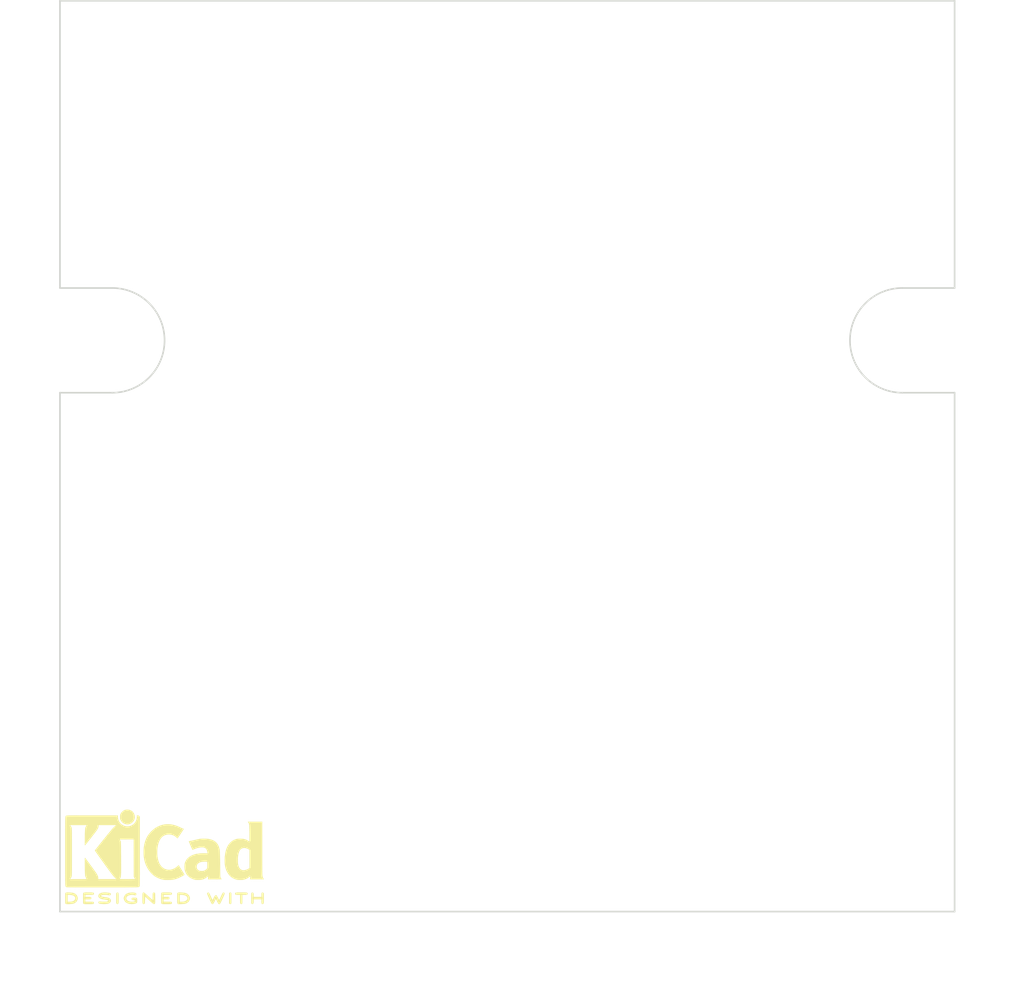
<source format=kicad_pcb>
(kicad_pcb (version 20221018) (generator pcbnew)
  (title_block (title "Enter Title On Page Setting Dialog") (rev "1") (company "Ashton Johnson"))
  (layers (0 "F.Cu" signal) (31 "B.Cu" signal) (35 "F.Paste" user) (37 "F.SilkS" user "F.Silkscreen") (39 "F.Mask" user) (44 "Edge.Cuts" user))
  (net 0 "")
  (footprint "Symbols:KiCad-Logo2_6mm_SilkScreen" (layer "F.Cu") (at 80 136)
    (fp_text reference "REF***" hide)
    (fp_text value "KiCad-Logo2_6mm_SilkScreen" hide)
    (fp_poly (pts (xy 4.188614 2.275877) (xy 4.212327 2.290647) (xy 4.238978 2.312227) (xy 4.238978 2.633773) (xy 4.238893 2.72783) (xy 4.238529 2.801932) (xy 4.237724 2.858704) (xy 4.236313 2.900768) (xy 4.234133 2.930748) (xy 4.231021 2.951267) (xy 4.226814 2.964949) (xy 4.221348 2.974416) (xy 4.217472 2.979082) (xy 4.186034 2.999575) (xy 4.150233 2.998739) (xy 4.118873 2.981264) (xy 4.092222 2.959684) (xy 4.092222 2.312227) (xy 4.118873 2.290647) (xy 4.144594 2.274949) (xy 4.1656 2.269067) (xy 4.188614 2.275877)) (stroke (width 0.01)) (fill solid) (layer "F.SilkS"))
    (fp_poly (pts (xy -2.923822 2.291645) (xy -2.917242 2.299218) (xy -2.912079 2.308987) (xy -2.908164 2.323571) (xy -2.905324 2.345585) (xy -2.903387 2.377648) (xy -2.902183 2.422375) (xy -2.901539 2.482385) (xy -2.901284 2.560294) (xy -2.901245 2.635956) (xy -2.901314 2.729802) (xy -2.901638 2.803689) (xy -2.902386 2.860232) (xy -2.903732 2.902049) (xy -2.905846 2.931757) (xy -2.9089 2.951973) (xy -2.913066 2.965314) (xy -2.918516 2.974398) (xy -2.923822 2.980267) (xy -2.956826 2.999947) (xy -2.991991 2.998181) (xy -3.023455 2.976717) (xy -3.030684 2.968337) (xy -3.036334 2.958614) (xy -3.040599 2.944861) (xy -3.043673 2.924389) (xy -3.045752 2.894512) (xy -3.04703 2.852541) (xy -3.047701 2.795789) (xy -3.047959 2.721567) (xy -3.048 2.637537) (xy -3.048 2.324485) (xy -3.020291 2.296776) (xy -2.986137 2.273463) (xy -2.953006 2.272623) (xy -2.923822 2.291645)) (stroke (width 0.01)) (fill solid) (layer "F.SilkS"))
    (fp_poly (pts (xy -2.273043 -2.973429) (xy -2.176768 -2.949191) (xy -2.090184 -2.906359) (xy -2.015373 -2.846581) (xy -1.954418 -2.771506) (xy -1.909399 -2.68278) (xy -1.883136 -2.58647) (xy -1.877286 -2.489205) (xy -1.89214 -2.395346) (xy -1.92584 -2.307489) (xy -1.976528 -2.22823) (xy -2.042345 -2.160164) (xy -2.121434 -2.105888) (xy -2.211934 -2.067998) (xy -2.2632 -2.055574) (xy -2.307698 -2.048053) (xy -2.341999 -2.045081) (xy -2.37496 -2.046906) (xy -2.415434 -2.053775) (xy -2.448531 -2.06075) (xy -2.541947 -2.092259) (xy -2.625619 -2.143383) (xy -2.697665 -2.212571) (xy -2.7562 -2.298272) (xy -2.770148 -2.325511) (xy -2.786586 -2.361878) (xy -2.796894 -2.392418) (xy -2.80246 -2.42455) (xy -2.804669 -2.465693) (xy -2.804948 -2.511778) (xy -2.800861 -2.596135) (xy -2.787446 -2.665414) (xy -2.762256 -2.726039) (xy -2.722846 -2.784433) (xy -2.684298 -2.828698) (xy -2.612406 -2.894516) (xy -2.537313 -2.939947) (xy -2.454562 -2.96715) (xy -2.376928 -2.977424) (xy -2.273043 -2.973429)) (stroke (width 0.01)) (fill solid) (layer "F.SilkS"))
    (fp_poly (pts (xy 4.963065 2.269163) (xy 5.041772 2.269542) (xy 5.102863 2.270333) (xy 5.148817 2.27167) (xy 5.182114 2.273683) (xy 5.205236 2.276506) (xy 5.220662 2.280269) (xy 5.230871 2.285105) (xy 5.235813 2.288822) (xy 5.261457 2.321358) (xy 5.264559 2.355138) (xy 5.248711 2.385826) (xy 5.238348 2.398089) (xy 5.227196 2.40645) (xy 5.211035 2.411657) (xy 5.185642 2.414457) (xy 5.146798 2.415596) (xy 5.09028 2.415821) (xy 5.07918 2.415822) (xy 4.933244 2.415822) (xy 4.933244 2.686756) (xy 4.933148 2.772154) (xy 4.932711 2.837864) (xy 4.931712 2.886774) (xy 4.929928 2.921773) (xy 4.927137 2.945749) (xy 4.923117 2.961593) (xy 4.917645 2.972191) (xy 4.910666 2.980267) (xy 4.877734 3.000112) (xy 4.843354 2.998548) (xy 4.812176 2.975906) (xy 4.809886 2.9731) (xy 4.802429 2.962492) (xy 4.796747 2.950081) (xy 4.792601 2.93285) (xy 4.78975 2.907784) (xy 4.787954 2.871867) (xy 4.786972 2.822083) (xy 4.786564 2.755417) (xy 4.786489 2.679589) (xy 4.786489 2.415822) (xy 4.647127 2.415822) (xy 4.587322 2.415418) (xy 4.545918 2.41384) (xy 4.518748 2.410547) (xy 4.501646 2.404992) (xy 4.490443 2.396631) (xy 4.489083 2.395178) (xy 4.472725 2.361939) (xy 4.474172 2.324362) (xy 4.492978 2.291645) (xy 4.50025 2.285298) (xy 4.509627 2.280266) (xy 4.523609 2.276396) (xy 4.544696 2.273537) (xy 4.575389 2.271535) (xy 4.618189 2.270239) (xy 4.675595 2.269498) (xy 4.75011 2.269158) (xy 4.844233 2.269068) (xy 4.86426 2.269067) (xy 4.963065 2.269163)) (stroke (width 0.01)) (fill solid) (layer "F.SilkS"))
    (fp_poly (pts (xy 6.228823 2.274533) (xy 6.260202 2.296776) (xy 6.287911 2.324485) (xy 6.287911 2.63392) (xy 6.287838 2.725799) (xy 6.287495 2.79784) (xy 6.286692 2.85278) (xy 6.285241 2.89336) (xy 6.282952 2.922317) (xy 6.279636 2.942391) (xy 6.275105 2.956321) (xy 6.269169 2.966845) (xy 6.264514 2.9731) (xy 6.233783 2.997673) (xy 6.198496 3.000341) (xy 6.166245 2.985271) (xy 6.155588 2.976374) (xy 6.148464 2.964557) (xy 6.144167 2.945526) (xy 6.141991 2.914992) (xy 6.141228 2.868662) (xy 6.141155 2.832871) (xy 6.141155 2.698045) (xy 5.644444 2.698045) (xy 5.644444 2.8207) (xy 5.643931 2.876787) (xy 5.641876 2.915333) (xy 5.637508 2.941361) (xy 5.630056 2.959897) (xy 5.621047 2.9731) (xy 5.590144 2.997604) (xy 5.555196 3.000506) (xy 5.521738 2.983089) (xy 5.512604 2.973959) (xy 5.506152 2.961855) (xy 5.501897 2.943001) (xy 5.499352 2.91362) (xy 5.498029 2.869937) (xy 5.497443 2.808175) (xy 5.497375 2.794) (xy 5.496891 2.677631) (xy 5.496641 2.581727) (xy 5.496723 2.504177) (xy 5.497231 2.442869) (xy 5.498262 2.39569) (xy 5.499913 2.36053) (xy 5.502279 2.335276) (xy 5.505457 2.317817) (xy 5.509544 2.306041) (xy 5.514634 2.297835) (xy 5.520266 2.291645) (xy 5.552128 2.271844) (xy 5.585357 2.274533) (xy 5.616735 2.296776) (xy 5.629433 2.311126) (xy 5.637526 2.326978) (xy 5.642042 2.349554) (xy 5.644006 2.384078) (xy 5.644444 2.435776) (xy 5.644444 2.551289) (xy 6.141155 2.551289) (xy 6.141155 2.432756) (xy 6.141662 2.378148) (xy 6.143698 2.341275) (xy 6.148035 2.317307) (xy 6.155447 2.301415) (xy 6.163733 2.291645) (xy 6.195594 2.271844) (xy 6.228823 2.274533)) (stroke (width 0.01)) (fill solid) (layer "F.SilkS"))
    (fp_poly (pts (xy 1.018309 2.269275) (xy 1.147288 2.273636) (xy 1.256991 2.286861) (xy 1.349226 2.309741) (xy 1.425802 2.34307) (xy 1.488527 2.387638) (xy 1.539212 2.444236) (xy 1.579663 2.513658) (xy 1.580459 2.515351) (xy 1.604601 2.577483) (xy 1.613203 2.632509) (xy 1.606231 2.687887) (xy 1.583654 2.751073) (xy 1.579372 2.760689) (xy 1.550172 2.816966) (xy 1.517356 2.860451) (xy 1.475002 2.897417) (xy 1.41719 2.934135) (xy 1.413831 2.936052) (xy 1.363504 2.960227) (xy 1.306621 2.978282) (xy 1.239527 2.990839) (xy 1.158565 2.998522) (xy 1.060082 3.001953) (xy 1.025286 3.002251) (xy 0.859594 3.002845) (xy 0.836197 2.9731) (xy 0.829257 2.963319) (xy 0.823842 2.951897) (xy 0.819765 2.936095) (xy 0.816837 2.913175) (xy 0.814867 2.880396) (xy 0.814225 2.856089) (xy 0.970844 2.856089) (xy 1.064726 2.856089) (xy 1.119664 2.854483) (xy 1.17606 2.850255) (xy 1.222345 2.844292) (xy 1.225139 2.84379) (xy 1.307348 2.821736) (xy 1.371114 2.7886) (xy 1.418452 2.742847) (xy 1.451382 2.682939) (xy 1.457108 2.667061) (xy 1.462721 2.642333) (xy 1.460291 2.617902) (xy 1.448467 2.5854) (xy 1.44134 2.569434) (xy 1.418 2.527006) (xy 1.38988 2.49724) (xy 1.35894 2.476511) (xy 1.296966 2.449537) (xy 1.217651 2.429998) (xy 1.125253 2.418746) (xy 1.058333 2.41627) (xy 0.970844 2.415822) (xy 0.970844 2.856089) (xy 0.814225 2.856089) (xy 0.813668 2.835021) (xy 0.81305 2.774311) (xy 0.812825 2.695526) (xy 0.8128 2.63392) (xy 0.8128 2.324485) (xy 0.840509 2.296776) (xy 0.852806 2.285544) (xy 0.866103 2.277853) (xy 0.884672 2.27304) (xy 0.912786 2.270446) (xy 0.954717 2.26941) (xy 1.014737 2.26927) (xy 1.018309 2.269275)) (stroke (width 0.01)) (fill solid) (layer "F.SilkS"))
    (fp_poly (pts (xy -6.121371 2.269066) (xy -6.081889 2.269467) (xy -5.9662 2.272259) (xy -5.869311 2.28055) (xy -5.787919 2.295232) (xy -5.718723 2.317193) (xy -5.65842 2.347322) (xy -5.603708 2.38651) (xy -5.584167 2.403532) (xy -5.55175 2.443363) (xy -5.52252 2.497413) (xy -5.499991 2.557323) (xy -5.487679 2.614739) (xy -5.4864 2.635956) (xy -5.494417 2.694769) (xy -5.515899 2.759013) (xy -5.546999 2.819821) (xy -5.583866 2.86833) (xy -5.589854 2.874182) (xy -5.640579 2.915321) (xy -5.696125 2.947435) (xy -5.759696 2.971365) (xy -5.834494 2.987953) (xy -5.923722 2.998041) (xy -6.030582 3.002469) (xy -6.079528 3.002845) (xy -6.141762 3.002545) (xy -6.185528 3.001292) (xy -6.214931 2.998554) (xy -6.234079 2.993801) (xy -6.247077 2.986501) (xy -6.254045 2.980267) (xy -6.260626 2.972694) (xy -6.265788 2.962924) (xy -6.269703 2.94834) (xy -6.272543 2.926326) (xy -6.27448 2.894264) (xy -6.275684 2.849536) (xy -6.276328 2.789526) (xy -6.276583 2.711617) (xy -6.276622 2.635956) (xy -6.27687 2.535041) (xy -6.276817 2.454427) (xy -6.275857 2.415822) (xy -6.129867 2.415822) (xy -6.129867 2.856089) (xy -6.036734 2.856004) (xy -5.980693 2.854396) (xy -5.921999 2.850256) (xy -5.873028 2.844464) (xy -5.871538 2.844226) (xy -5.792392 2.82509) (xy -5.731002 2.795287) (xy -5.684305 2.752878) (xy -5.654635 2.706961) (xy -5.636353 2.656026) (xy -5.637771 2.6082) (xy -5.658988 2.556933) (xy -5.700489 2.503899) (xy -5.757998 2.4646) (xy -5.83275 2.438331) (xy -5.882708 2.429035) (xy -5.939416 2.422507) (xy -5.999519 2.417782) (xy -6.050639 2.415817) (xy -6.053667 2.415808) (xy -6.129867 2.415822) (xy -6.275857 2.415822) (xy -6.27526 2.391851) (xy -6.270998 2.345055) (xy -6.26283 2.311778) (xy -6.249556 2.289759) (xy -6.229974 2.276739) (xy -6.202883 2.270457) (xy -6.167082 2.268653) (xy -6.121371 2.269066)) (stroke (width 0.01)) (fill solid) (layer "F.SilkS"))
    (fp_poly (pts (xy -1.300114 2.273448) (xy -1.276548 2.287273) (xy -1.245735 2.309881) (xy -1.206078 2.342338) (xy -1.15598 2.385708) (xy -1.093843 2.441058) (xy -1.018072 2.509451) (xy -0.931334 2.588084) (xy -0.750711 2.751878) (xy -0.745067 2.532029) (xy -0.743029 2.456351) (xy -0.741063 2.399994) (xy -0.738734 2.359706) (xy -0.735606 2.332235) (xy -0.731245 2.314329) (xy -0.725216 2.302737) (xy -0.717084 2.294208) (xy -0.712772 2.290623) (xy -0.678241 2.27167) (xy -0.645383 2.274441) (xy -0.619318 2.290633) (xy -0.592667 2.312199) (xy -0.589352 2.627151) (xy -0.588435 2.719779) (xy -0.587968 2.792544) (xy -0.588113 2.848161) (xy -0.589032 2.889342) (xy -0.590887 2.918803) (xy -0.593839 2.939255) (xy -0.59805 2.953413) (xy -0.603682 2.963991) (xy -0.609927 2.972474) (xy -0.623439 2.988207) (xy -0.636883 2.998636) (xy -0.652124 3.002639) (xy -0.671026 2.999094) (xy -0.695455 2.986879) (xy -0.727273 2.964871) (xy -0.768348 2.931949) (xy -0.820542 2.886991) (xy -0.885722 2.828875) (xy -0.959556 2.762099) (xy -1.224845 2.521458) (xy -1.230489 2.740589) (xy -1.232531 2.816128) (xy -1.234502 2.872354) (xy -1.236839 2.912524) (xy -1.239981 2.939896) (xy -1.244364 2.957728) (xy -1.250424 2.969279) (xy -1.2586 2.977807) (xy -1.262784 2.981282) (xy -1.299765 3.000372) (xy -1.334708 2.997493) (xy -1.365136 2.9731) (xy -1.372097 2.963286) (xy -1.377523 2.951826) (xy -1.381603 2.935968) (xy -1.384529 2.912963) (xy -1.386492 2.880062) (xy -1.387683 2.834516) (xy -1.388292 2.773573) (xy -1.388511 2.694486) (xy -1.388534 2.635956) (xy -1.38846 2.544407) (xy -1.388113 2.472687) (xy -1.387301 2.418045) (xy -1.385833 2.377732) (xy -1.383519 2.348998) (xy -1.380167 2.329093) (xy -1.375588 2.315268) (xy -1.369589 2.304772) (xy -1.365136 2.298811) (xy -1.35385 2.284691) (xy -1.343301 2.274029) (xy -1.331893 2.267892) (xy -1.31803 2.267343) (xy -1.300114 2.273448)) (stroke (width 0.01)) (fill solid) (layer "F.SilkS"))
    (fp_poly (pts (xy -1.950081 2.274599) (xy -1.881565 2.286095) (xy -1.828943 2.303967) (xy -1.794708 2.327499) (xy -1.785379 2.340924) (xy -1.775893 2.372148) (xy -1.782277 2.400395) (xy -1.80243 2.427182) (xy -1.833745 2.439713) (xy -1.879183 2.438696) (xy -1.914326 2.431906) (xy -1.992419 2.418971) (xy -2.072226 2.417742) (xy -2.161555 2.428241) (xy -2.186229 2.43269) (xy -2.269291 2.456108) (xy -2.334273 2.490945) (xy -2.380461 2.536604) (xy -2.407145 2.592494) (xy -2.412663 2.621388) (xy -2.409051 2.680012) (xy -2.385729 2.731879) (xy -2.344824 2.775978) (xy -2.288459 2.811299) (xy -2.21876 2.836829) (xy -2.137852 2.851559) (xy -2.04786 2.854478) (xy -1.95091 2.844575) (xy -1.945436 2.843641) (xy -1.906875 2.836459) (xy -1.885494 2.829521) (xy -1.876227 2.819227) (xy -1.874006 2.801976) (xy -1.873956 2.792841) (xy -1.873956 2.754489) (xy -1.942431 2.754489) (xy -2.0029 2.750347) (xy -2.044165 2.737147) (xy -2.068175 2.71373) (xy -2.076877 2.678936) (xy -2.076983 2.674394) (xy -2.071892 2.644654) (xy -2.054433 2.623419) (xy -2.021939 2.609366) (xy -1.971743 2.601173) (xy -1.923123 2.598161) (xy -1.852456 2.596433) (xy -1.801198 2.59907) (xy -1.766239 2.6088) (xy -1.74447 2.628353) (xy -1.73278 2.660456) (xy -1.72806 2.707838) (xy -1.7272 2.770071) (xy -1.728609 2.839535) (xy -1.732848 2.886786) (xy -1.739936 2.912012) (xy -1.741311 2.913988) (xy -1.780228 2.945508) (xy -1.837286 2.97047) (xy -1.908869 2.98834) (xy -1.991358 2.998586) (xy -2.081139 3.000673) (xy -2.174592 2.994068) (xy -2.229556 2.985956) (xy -2.315766 2.961554) (xy -2.395892 2.921662) (xy -2.462977 2.869887) (xy -2.473173 2.859539) (xy -2.506302 2.816035) (xy -2.536194 2.762118) (xy -2.559357 2.705592) (xy -2.572298 2.654259) (xy -2.573858 2.634544) (xy -2.567218 2.593419) (xy -2.549568 2.542252) (xy -2.524297 2.488394) (xy -2.494789 2.439195) (xy -2.468719 2.406334) (xy -2.407765 2.357452) (xy -2.328969 2.318545) (xy -2.235157 2.290494) (xy -2.12915 2.274179) (xy -2.032 2.270192) (xy -1.950081 2.274599)) (stroke (width 0.01)) (fill solid) (layer "F.SilkS"))
    (fp_poly (pts (xy 0.230343 2.26926) (xy 0.306701 2.270174) (xy 0.365217 2.272311) (xy 0.408255 2.276175) (xy 0.438183 2.282267) (xy 0.457368 2.29109) (xy 0.468176 2.303146) (xy 0.472973 2.318939) (xy 0.474127 2.33897) (xy 0.474133 2.341335) (xy 0.473131 2.363992) (xy 0.468396 2.381503) (xy 0.457333 2.394574) (xy 0.437348 2.403913) (xy 0.405846 2.410227) (xy 0.360232 2.414222) (xy 0.297913 2.416606) (xy 0.216293 2.418086) (xy 0.191277 2.418414) (xy -0.0508 2.421467) (xy -0.054186 2.486378) (xy -0.057571 2.551289) (xy 0.110576 2.551289) (xy 0.176266 2.551531) (xy 0.223172 2.552556) (xy 0.255083 2.554811) (xy 0.275791 2.558742) (xy 0.289084 2.564798) (xy 0.298755 2.573424) (xy 0.298817 2.573493) (xy 0.316356 2.607112) (xy 0.315722 2.643448) (xy 0.297314 2.674423) (xy 0.293671 2.677607) (xy 0.280741 2.685812) (xy 0.263024 2.691521) (xy 0.23657 2.695162) (xy 0.197432 2.697167) (xy 0.141662 2.697964) (xy 0.105994 2.698045) (xy -0.056445 2.698045) (xy -0.056445 2.856089) (xy 0.190161 2.856089) (xy 0.27158 2.856231) (xy 0.33341 2.856814) (xy 0.378637 2.858068) (xy 0.410248 2.860227) (xy 0.431231 2.863523) (xy 0.444573 2.868189) (xy 0.453261 2.874457) (xy 0.45545 2.876733) (xy 0.471614 2.90828) (xy 0.472797 2.944168) (xy 0.459536 2.975285) (xy 0.449043 2.985271) (xy 0.438129 2.990769) (xy 0.421217 2.995022) (xy 0.395633 2.99818) (xy 0.358701 3.000392) (xy 0.307746 3.001806) (xy 0.240094 3.002572) (xy 0.153069 3.002838) (xy 0.133394 3.002845) (xy 0.044911 3.002787) (xy -0.023773 3.002467) (xy -0.075436 3.001667) (xy -0.112855 3.000167) (xy -0.13881 2.997749) (xy -0.156078 2.994194) (xy -0.167438 2.989282) (xy -0.175668 2.982795) (xy -0.180183 2.978138) (xy -0.186979 2.969889) (xy -0.192288 2.959669) (xy -0.196294 2.9448) (xy -0.199179 2.922602) (xy -0.201126 2.890393) (xy -0.202319 2.845496) (xy -0.202939 2.785228) (xy -0.203171 2.706911) (xy -0.2032 2.640994) (xy -0.203129 2.548628) (xy -0.202792 2.476117) (xy -0.202002 2.420737) (xy -0.200574 2.379765) (xy -0.198321 2.350478) (xy -0.195057 2.330153) (xy -0.190596 2.316066) (xy -0.184752 2.305495) (xy -0.179803 2.298811) (xy -0.156406 2.269067) (xy 0.133774 2.269067) (xy 0.230343 2.26926)) (stroke (width 0.01)) (fill solid) (layer "F.SilkS"))
    (fp_poly (pts (xy -4.712794 2.269146) (xy -4.643386 2.269518) (xy -4.590997 2.270385) (xy -4.552847 2.271946) (xy -4.526159 2.274403) (xy -4.508153 2.277957) (xy -4.496049 2.28281) (xy -4.487069 2.289161) (xy -4.483818 2.292084) (xy -4.464043 2.323142) (xy -4.460482 2.358828) (xy -4.473491 2.39051) (xy -4.479506 2.396913) (xy -4.489235 2.403121) (xy -4.504901 2.40791) (xy -4.529408 2.411514) (xy -4.565661 2.414164) (xy -4.616565 2.416095) (xy -4.685026 2.417539) (xy -4.747617 2.418418) (xy -4.995334 2.421467) (xy -4.998719 2.486378) (xy -5.002105 2.551289) (xy -4.833958 2.551289) (xy -4.760959 2.551919) (xy -4.707517 2.554553) (xy -4.670628 2.560309) (xy -4.647288 2.570304) (xy -4.634494 2.585656) (xy -4.629242 2.607482) (xy -4.628445 2.627738) (xy -4.630923 2.652592) (xy -4.640277 2.670906) (xy -4.659383 2.683637) (xy -4.691118 2.691741) (xy -4.738359 2.696176) (xy -4.803983 2.697899) (xy -4.839801 2.698045) (xy -5.000978 2.698045) (xy -5.000978 2.856089) (xy -4.752622 2.856089) (xy -4.671213 2.856202) (xy -4.609342 2.856712) (xy -4.563968 2.85787) (xy -4.532054 2.85993) (xy -4.510559 2.863146) (xy -4.496443 2.867772) (xy -4.486668 2.874059) (xy -4.481689 2.878667) (xy -4.46461 2.90556) (xy -4.459111 2.929467) (xy -4.466963 2.958667) (xy -4.481689 2.980267) (xy -4.489546 2.987066) (xy -4.499688 2.992346) (xy -4.514844 2.996298) (xy -4.537741 2.999113) (xy -4.571109 3.000982) (xy -4.617675 3.002098) (xy -4.680167 3.002651) (xy -4.761314 3.002833) (xy -4.803422 3.002845) (xy -4.893598 3.002765) (xy -4.963924 3.002398) (xy -5.017129 3.001552) (xy -5.05594 3.000036) (xy -5.083087 2.997659) (xy -5.101298 2.994229) (xy -5.1133 2.989554) (xy -5.121822 2.983444) (xy -5.125156 2.980267) (xy -5.131755 2.97267) (xy -5.136927 2.96287) (xy -5.140846 2.948239) (xy -5.143684 2.926152) (xy -5.145615 2.893982) (xy -5.146812 2.849103) (xy -5.147448 2.788889) (xy -5.147697 2.710713) (xy -5.147734 2.637923) (xy -5.1477 2.544707) (xy -5.147465 2.471431) (xy -5.14683 2.415458) (xy -5.145594 2.374151) (xy -5.143556 2.344872) (xy -5.140517 2.324984) (xy -5.136277 2.31185) (xy -5.130635 2.302832) (xy -5.123391 2.295293) (xy -5.121606 2.293612) (xy -5.112945 2.286172) (xy -5.102882 2.280409) (xy -5.088625 2.276112) (xy -5.067383 2.273064) (xy -5.036364 2.271051) (xy -4.992777 2.26986) (xy -4.933831 2.269275) (xy -4.856734 2.269083) (xy -4.802001 2.269067) (xy -4.712794 2.269146)) (stroke (width 0.01)) (fill solid) (layer "F.SilkS"))
    (fp_poly (pts (xy 3.744665 2.271034) (xy 3.764255 2.278035) (xy 3.76501 2.278377) (xy 3.791613 2.298678) (xy 3.80627 2.319561) (xy 3.809138 2.329352) (xy 3.808996 2.342361) (xy 3.804961 2.360895) (xy 3.796146 2.387257) (xy 3.781669 2.423752) (xy 3.760645 2.472687) (xy 3.732188 2.536365) (xy 3.695415 2.617093) (xy 3.675175 2.661216) (xy 3.638625 2.739985) (xy 3.604315 2.812423) (xy 3.573552 2.87588) (xy 3.547648 2.927708) (xy 3.52791 2.965259) (xy 3.51565 2.985884) (xy 3.513224 2.988733) (xy 3.482183 3.001302) (xy 3.447121 2.999619) (xy 3.419 2.984332) (xy 3.417854 2.983089) (xy 3.406668 2.966154) (xy 3.387904 2.93317) (xy 3.363875 2.88838) (xy 3.336897 2.836032) (xy 3.327201 2.816742) (xy 3.254014 2.67015) (xy 3.17424 2.829393) (xy 3.145767 2.884415) (xy 3.11935 2.932132) (xy 3.097148 2.968893) (xy 3.081319 2.991044) (xy 3.075954 2.995741) (xy 3.034257 3.002102) (xy 2.999849 2.988733) (xy 2.989728 2.974446) (xy 2.972214 2.942692) (xy 2.948735 2.896597) (xy 2.92072 2.839285) (xy 2.889599 2.77388) (xy 2.856799 2.703507) (xy 2.82375 2.631291) (xy 2.791881 2.560355) (xy 2.762619 2.493825) (xy 2.737395 2.434826) (xy 2.717636 2.386481) (xy 2.704772 2.351915) (xy 2.700231 2.334253) (xy 2.700277 2.333613) (xy 2.711326 2.311388) (xy 2.73341 2.288753) (xy 2.73471 2.287768) (xy 2.761853 2.272425) (xy 2.786958 2.272574) (xy 2.796368 2.275466) (xy 2.807834 2.281718) (xy 2.82001 2.294014) (xy 2.834357 2.314908) (xy 2.852336 2.346949) (xy 2.875407 2.392688) (xy 2.90503 2.454677) (xy 2.931745 2.511898) (xy 2.96248 2.578226) (xy 2.990021 2.637874) (xy 3.012938 2.687725) (xy 3.029798 2.724664) (xy 3.039173 2.745573) (xy 3.04054 2.748845) (xy 3.046689 2.743497) (xy 3.060822 2.721109) (xy 3.081057 2.684946) (xy 3.105515 2.638277) (xy 3.115248 2.619022) (xy 3.148217 2.554004) (xy 3.173643 2.506654) (xy 3.193612 2.474219) (xy 3.21021 2.453946) (xy 3.225524 2.443082) (xy 3.24164 2.438875) (xy 3.252143 2.4384) (xy 3.27067 2.440042) (xy 3.286904 2.446831) (xy 3.303035 2.461566) (xy 3.321251 2.487044) (xy 3.343739 2.526061) (xy 3.372689 2.581414) (xy 3.388662 2.612903) (xy 3.41457 2.663087) (xy 3.437167 2.704704) (xy 3.454458 2.734242) (xy 3.46445 2.748189) (xy 3.465809 2.74877) (xy 3.472261 2.737793) (xy 3.486708 2.70929) (xy 3.507703 2.666244) (xy 3.533797 2.611638) (xy 3.563546 2.548454) (xy 3.57818 2.517071) (xy 3.61625 2.436078) (xy 3.646905 2.373756) (xy 3.671737 2.328071) (xy 3.692337 2.296989) (xy 3.710298 2.278478) (xy 3.72721 2.270504) (xy 3.744665 2.271034)) (stroke (width 0.01)) (fill solid) (layer "F.SilkS"))
    (fp_poly (pts (xy -3.691703 2.270351) (xy -3.616888 2.275581) (xy -3.547306 2.28375) (xy -3.487002 2.29455) (xy -3.44002 2.307673) (xy -3.410406 2.322813) (xy -3.40586 2.327269) (xy -3.390054 2.36185) (xy -3.394847 2.397351) (xy -3.419364 2.427725) (xy -3.420534 2.428596) (xy -3.434954 2.437954) (xy -3.450008 2.442876) (xy -3.471005 2.443473) (xy -3.503257 2.439861) (xy -3.552073 2.432154) (xy -3.556 2.431505) (xy -3.628739 2.422569) (xy -3.707217 2.418161) (xy -3.785927 2.418119) (xy -3.859361 2.422279) (xy -3.922011 2.430479) (xy -3.96837 2.442557) (xy -3.971416 2.443771) (xy -4.005048 2.462615) (xy -4.016864 2.481685) (xy -4.007614 2.500439) (xy -3.978047 2.518337) (xy -3.928911 2.534837) (xy -3.860957 2.549396) (xy -3.815645 2.556406) (xy -3.721456 2.569889) (xy -3.646544 2.582214) (xy -3.587717 2.594449) (xy -3.541785 2.607661) (xy -3.505555 2.622917) (xy -3.475838 2.641285) (xy -3.449442 2.663831) (xy -3.42823 2.685971) (xy -3.403065 2.716819) (xy -3.390681 2.743345) (xy -3.386808 2.776026) (xy -3.386667 2.787995) (xy -3.389576 2.827712) (xy -3.401202 2.857259) (xy -3.421323 2.883486) (xy -3.462216 2.923576) (xy -3.507817 2.954149) (xy -3.561513 2.976203) (xy -3.626692 2.990735) (xy -3.706744 2.998741) (xy -3.805057 3.001218) (xy -3.821289 3.001177) (xy -3.886849 2.999818) (xy -3.951866 2.99673) (xy -4.009252 2.992356) (xy -4.051922 2.98714) (xy -4.055372 2.986541) (xy -4.097796 2.976491) (xy -4.13378 2.963796) (xy -4.15415 2.95219) (xy -4.173107 2.921572) (xy -4.174427 2.885918) (xy -4.158085 2.854144) (xy -4.154429 2.850551) (xy -4.139315 2.839876) (xy -4.120415 2.835276) (xy -4.091162 2.836059) (xy -4.055651 2.840127) (xy -4.01597 2.843762) (xy -3.960345 2.846828) (xy -3.895406 2.849053) (xy -3.827785 2.850164) (xy -3.81 2.850237) (xy -3.742128 2.849964) (xy -3.692454 2.848646) (xy -3.65661 2.845827) (xy -3.630224 2.84105) (xy -3.608926 2.833857) (xy -3.596126 2.827867) (xy -3.568 2.811233) (xy -3.550068 2.796168) (xy -3.547447 2.791897) (xy -3.552976 2.774263) (xy -3.57926 2.757192) (xy -3.624478 2.741458) (xy -3.686808 2.727838) (xy -3.705171 2.724804) (xy -3.80109 2.709738) (xy -3.877641 2.697146) (xy -3.93778 2.686111) (xy -3.98446 2.67572) (xy -4.020637 2.665056) (xy -4.049265 2.653205) (xy -4.073298 2.639251) (xy -4.095692 2.622281) (xy -4.119402 2.601378) (xy -4.12738 2.594049) (xy -4.155353 2.566699) (xy -4.17016 2.545029) (xy -4.175952 2.520232) (xy -4.176889 2.488983) (xy -4.166575 2.427705) (xy -4.135752 2.37564) (xy -4.084595 2.332958) (xy -4.013283 2.299825) (xy -3.9624 2.284964) (xy -3.9071 2.275366) (xy -3.840853 2.269936) (xy -3.767706 2.268367) (xy -3.691703 2.270351)) (stroke (width 0.01)) (fill solid) (layer "F.SilkS"))
    (fp_poly (pts (xy 0.328429 -2.050929) (xy 0.48857 -2.029755) (xy 0.65251 -1.989615) (xy 0.822313 -1.930111) (xy 1.000043 -1.850846) (xy 1.01131 -1.845301) (xy 1.069005 -1.817275) (xy 1.120552 -1.793198) (xy 1.162191 -1.774751) (xy 1.190162 -1.763614) (xy 1.199733 -1.761067) (xy 1.21895 -1.756059) (xy 1.223561 -1.751853) (xy 1.218458 -1.74142) (xy 1.202418 -1.715132) (xy 1.177288 -1.675743) (xy 1.144914 -1.626009) (xy 1.107143 -1.568685) (xy 1.065822 -1.506524) (xy 1.022798 -1.442282) (xy 0.979917 -1.378715) (xy 0.939026 -1.318575) (xy 0.901971 -1.26462) (xy 0.8706 -1.219603) (xy 0.846759 -1.186279) (xy 0.832294 -1.167403) (xy 0.830309 -1.165213) (xy 0.820191 -1.169862) (xy 0.79785 -1.187038) (xy 0.76728 -1.21356) (xy 0.751536 -1.228036) (xy 0.655047 -1.303318) (xy 0.548336 -1.358759) (xy 0.432832 -1.393859) (xy 0.309962 -1.40812) (xy 0.240561 -1.406949) (xy 0.119423 -1.389788) (xy 0.010205 -1.353906) (xy -0.087418 -1.299041) (xy -0.173772 -1.22493) (xy -0.249185 -1.131312) (xy -0.313982 -1.017924) (xy -0.351399 -0.931333) (xy -0.395252 -0.795634) (xy -0.427572 -0.64815) (xy -0.448443 -0.492686) (xy -0.457949 -0.333044) (xy -0.456173 -0.173027) (xy -0.443197 -0.016439) (xy -0.419106 0.132918) (xy -0.383982 0.27124) (xy -0.337908 0.394724) (xy -0.321627 0.428978) (xy -0.25338 0.543064) (xy -0.172921 0.639557) (xy -0.08143 0.71767) (xy 0.019911 0.776617) (xy 0.12992 0.815612) (xy 0.247415 0.833868) (xy 0.288883 0.835211) (xy 0.410441 0.82429) (xy 0.530878 0.791474) (xy 0.648666 0.737439) (xy 0.762277 0.662865) (xy 0.853685 0.584539) (xy 0.900215 0.540008) (xy 1.081483 0.837271) (xy 1.12658 0.911433) (xy 1.167819 0.979646) (xy 1.203735 1.039459) (xy 1.232866 1.08842) (xy 1.25375 1.124079) (xy 1.264924 1.143984) (xy 1.266375 1.147079) (xy 1.258146 1.156718) (xy 1.232567 1.173999) (xy 1.192873 1.197283) (xy 1.142297 1.224934) (xy 1.084074 1.255315) (xy 1.021437 1.28679) (xy 0.957621 1.317722) (xy 0.89586 1.346473) (xy 0.839388 1.371408) (xy 0.791438 1.390889) (xy 0.767986 1.399318) (xy 0.634221 1.437133) (xy 0.496327 1.462136) (xy 0.348622 1.47514) (xy 0.221833 1.477468) (xy 0.153878 1.476373) (xy 0.088277 1.474275) (xy 0.030847 1.471434) (xy -0.012597 1.468106) (xy -0.026702 1.466422) (xy -0.165716 1.437587) (xy -0.307243 1.392468) (xy -0.444725 1.33375) (xy -0.571606 1.26412) (xy -0.649111 1.211441) (xy -0.776519 1.103239) (xy -0.894822 0.976671) (xy -1.001828 0.834866) (xy -1.095348 0.680951) (xy -1.17319 0.518053) (xy -1.217044 0.400756) (xy -1.267292 0.217128) (xy -1.300791 0.022581) (xy -1.317551 -0.178675) (xy -1.317584 -0.382432) (xy -1.300899 -0.584479) (xy -1.267507 -0.780608) (xy -1.21742 -0.966609) (xy -1.213603 -0.978197) (xy -1.150719 -1.14025) (xy -1.073972 -1.288168) (xy -0.980758 -1.426135) (xy -0.868473 -1.558339) (xy -0.824608 -1.603601) (xy -0.688466 -1.727543) (xy -0.548509 -1.830085) (xy -0.402589 -1.912344) (xy -0.248558 -1.975436) (xy -0.084268 -2.020477) (xy 0.011289 -2.037967) (xy 0.170023 -2.053534) (xy 0.328429 -2.050929)) (stroke (width 0.01)) (fill solid) (layer "F.SilkS"))
    (fp_poly (pts (xy 6.186507 -0.527755) (xy 6.186526 -0.293338) (xy 6.186552 -0.080397) (xy 6.186625 0.112168) (xy 6.186782 0.285459) (xy 6.187064 0.440576) (xy 6.187509 0.57862) (xy 6.188156 0.700692) (xy 6.189045 0.807894) (xy 6.190213 0.901326) (xy 6.191701 0.98209) (xy 6.193546 1.051286) (xy 6.195789 1.110015) (xy 6.198469 1.159379) (xy 6.201623 1.200478) (xy 6.205292 1.234413) (xy 6.209513 1.262286) (xy 6.214327 1.285198) (xy 6.219773 1.304249) (xy 6.225888 1.32054) (xy 6.232712 1.335173) (xy 6.240285 1.349249) (xy 6.248645 1.363868) (xy 6.253839 1.372974) (xy 6.288104 1.433689) (xy 5.429955 1.433689) (xy 5.429955 1.337733) (xy 5.429224 1.29437) (xy 5.427272 1.261205) (xy 5.424463 1.243424) (xy 5.423221 1.241778) (xy 5.411799 1.248662) (xy 5.389084 1.266505) (xy 5.366385 1.285879) (xy 5.3118 1.326614) (xy 5.242321 1.367617) (xy 5.16527 1.405123) (xy 5.087965 1.435364) (xy 5.057113 1.445012) (xy 4.988616 1.459578) (xy 4.905764 1.469539) (xy 4.816371 1.474583) (xy 4.728248 1.474396) (xy 4.649207 1.468666) (xy 4.611511 1.462858) (xy 4.473414 1.424797) (xy 4.346113 1.367073) (xy 4.230292 1.290211) (xy 4.126637 1.194739) (xy 4.035833 1.081179) (xy 3.969031 0.970381) (xy 3.914164 0.853625) (xy 3.872163 0.734276) (xy 3.842167 0.608283) (xy 3.823311 0.471594) (xy 3.814732 0.320158) (xy 3.814006 0.242711) (xy 3.8161 0.185934) (xy 4.645217 0.185934) (xy 4.645424 0.279002) (xy 4.648337 0.366692) (xy 4.654 0.443772) (xy 4.662455 0.505009) (xy 4.665038 0.51735) (xy 4.69684 0.624633) (xy 4.738498 0.711658) (xy 4.790363 0.778642) (xy 4.852781 0.825805) (xy 4.9261 0.853365) (xy 5.010669 0.861541) (xy 5.106835 0.850551) (xy 5.170311 0.834829) (xy 5.219454 0.816639) (xy 5.273583 0.790791) (xy 5.314244 0.767089) (xy 5.3848 0.720721) (xy 5.3848 -0.42947) (xy 5.317392 -0.473038) (xy 5.238867 -0.51396) (xy 5.154681 -0.540611) (xy 5.069557 -0.552535) (xy 4.988216 -0.549278) (xy 4.91538 -0.530385) (xy 4.883426 -0.514816) (xy 4.825501 -0.471819) (xy 4.776544 -0.415047) (xy 4.73539 -0.342425) (xy 4.700874 -0.251879) (xy 4.671833 -0.141334) (xy 4.670552 -0.135467) (xy 4.660381 -0.073212) (xy 4.652739 0.004594) (xy 4.64767 0.09272) (xy 4.645217 0.185934) (xy 3.8161 0.185934) (xy 3.821857 0.029895) (xy 3.843802 -0.165941) (xy 3.879786 -0.344668) (xy 3.929759 -0.506155) (xy 3.993668 -0.650274) (xy 4.071462 -0.776894) (xy 4.163089 -0.885885) (xy 4.268497 -0.977117) (xy 4.313662 -1.008068) (xy 4.414611 -1.064215) (xy 4.517901 -1.103826) (xy 4.627989 -1.127986) (xy 4.74933 -1.137781) (xy 4.841836 -1.136735) (xy 4.97149 -1.125769) (xy 5.084084 -1.103954) (xy 5.182875 -1.070286) (xy 5.271121 -1.023764) (xy 5.319986 -0.989552) (xy 5.349353 -0.967638) (xy 5.371043 -0.952667) (xy 5.379253 -0.948267) (xy 5.380868 -0.959096) (xy 5.382159 -0.989749) (xy 5.383138 -1.037474) (xy 5.383817 -1.099521) (xy 5.38421 -1.173138) (xy 5.38433 -1.255573) (xy 5.384188 -1.344075) (xy 5.383797 -1.435893) (xy 5.383171 -1.528276) (xy 5.38232 -1.618472) (xy 5.38126 -1.703729) (xy 5.380001 -1.781297) (xy 5.378556 -1.848424) (xy 5.376938 -1.902359) (xy 5.375161 -1.94035) (xy 5.374669 -1.947333) (xy 5.367092 -2.017749) (xy 5.355531 -2.072898) (xy 5.337792 -2.120019) (xy 5.311682 -2.166353) (xy 5.305415 -2.175933) (xy 5.280983 -2.212622) (xy 6.186311 -2.212622) (xy 6.186507 -0.527755)) (stroke (width 0.01)) (fill solid) (layer "F.SilkS"))
    (fp_poly (pts (xy 2.673574 -1.133448) (xy 2.825492 -1.113433) (xy 2.960756 -1.079798) (xy 3.080239 -1.032275) (xy 3.184815 -0.970595) (xy 3.262424 -0.907035) (xy 3.331265 -0.832901) (xy 3.385006 -0.753129) (xy 3.42791 -0.660909) (xy 3.443384 -0.617839) (xy 3.456244 -0.578858) (xy 3.467446 -0.542711) (xy 3.47712 -0.507566) (xy 3.485396 -0.47159) (xy 3.492403 -0.43295) (xy 3.498272 -0.389815) (xy 3.503131 -0.340351) (xy 3.50711 -0.282727) (xy 3.51034 -0.215109) (xy 3.512949 -0.135666) (xy 3.515067 -0.042564) (xy 3.516824 0.066027) (xy 3.518349 0.191942) (xy 3.519772 0.337012) (xy 3.521025 0.479778) (xy 3.522351 0.635968) (xy 3.523556 0.771239) (xy 3.524766 0.887246) (xy 3.526106 0.985645) (xy 3.5277 1.068093) (xy 3.529675 1.136246) (xy 3.532156 1.19176) (xy 3.535269 1.236292) (xy 3.539138 1.271498) (xy 3.543889 1.299034) (xy 3.549648 1.320556) (xy 3.556539 1.337722) (xy 3.564689 1.352186) (xy 3.574223 1.365606) (xy 3.585266 1.379638) (xy 3.589566 1.385071) (xy 3.605386 1.40791) (xy 3.612422 1.423463) (xy 3.612444 1.423922) (xy 3.601567 1.426121) (xy 3.570582 1.428147) (xy 3.521957 1.429942) (xy 3.458163 1.431451) (xy 3.381669 1.432616) (xy 3.294944 1.43338) (xy 3.200457 1.433686) (xy 3.18955 1.433689) (xy 2.766657 1.433689) (xy 2.763395 1.337622) (xy 2.760133 1.241556) (xy 2.698044 1.292543) (xy 2.600714 1.360057) (xy 2.490813 1.414749) (xy 2.404349 1.444978) (xy 2.335278 1.459666) (xy 2.251925 1.469659) (xy 2.162159 1.474646) (xy 2.073845 1.474313) (xy 1.994851 1.468351) (xy 1.958622 1.462638) (xy 1.818603 1.424776) (xy 1.692178 1.369932) (xy 1.58026 1.298924) (xy 1.483762 1.212568) (xy 1.4036 1.111679) (xy 1.340687 0.997076) (xy 1.296312 0.870984) (xy 1.283978 0.814401) (xy 1.276368 0.752202) (xy 1.272739 0.677363) (xy 1.272245 0.643467) (xy 1.27231 0.640282) (xy 2.032248 0.640282) (xy 2.041541 0.715333) (xy 2.069728 0.77916) (xy 2.118197 0.834798) (xy 2.123254 0.839211) (xy 2.171548 0.874037) (xy 2.223257 0.89662) (xy 2.283989 0.90854) (xy 2.359352 0.911383) (xy 2.377459 0.910978) (xy 2.431278 0.908325) (xy 2.471308 0.902909) (xy 2.506324 0.892745) (xy 2.545103 0.87585) (xy 2.555745 0.870672) (xy 2.616396 0.834844) (xy 2.663215 0.792212) (xy 2.675952 0.776973) (xy 2.720622 0.720462) (xy 2.720622 0.524586) (xy 2.720086 0.445939) (xy 2.718396 0.387988) (xy 2.715428 0.348875) (xy 2.711057 0.326741) (xy 2.706972 0.320274) (xy 2.691047 0.317111) (xy 2.657264 0.314488) (xy 2.61034 0.312655) (xy 2.554993 0.311857) (xy 2.546106 0.311842) (xy 2.42533 0.317096) (xy 2.32266 0.333263) (xy 2.236106 0.360961) (xy 2.163681 0.400808) (xy 2.108751 0.447758) (xy 2.064204 0.505645) (xy 2.03948 0.568693) (xy 2.032248 0.640282) (xy 1.27231 0.640282) (xy 1.274178 0.549712) (xy 1.282522 0.470812) (xy 1.298768 0.39959) (xy 1.324405 0.328864) (xy 1.348401 0.276493) (xy 1.40702 0.181196) (xy 1.485117 0.09317) (xy 1.580315 0.014017) (xy 1.690238 -0.05466) (xy 1.81251 -0.111259) (xy 1.944755 -0.154179) (xy 2.009422 -0.169118) (xy 2.145604 -0.191223) (xy 2.294049 -0.205806) (xy 2.445505 -0.212187) (xy 2.572064 -0.210555) (xy 2.73395 -0.203776) (xy 2.72653 -0.262755) (xy 2.707238 -0.361908) (xy 2.676104 -0.442628) (xy 2.632269 -0.505534) (xy 2.574871 -0.551244) (xy 2.503048 -0.580378) (xy 2.415941 -0.593553) (xy 2.312686 -0.591389) (xy 2.274711 -0.587388) (xy 2.13352 -0.56222) (xy 1.996707 -0.521186) (xy 1.902178 -0.483185) (xy 1.857018 -0.46381) (xy 1.818585 -0.44824) (xy 1.792234 -0.438595) (xy 1.784546 -0.436548) (xy 1.774802 -0.445626) (xy 1.758083 -0.474595) (xy 1.734232 -0.523783) (xy 1.703093 -0.593516) (xy 1.664507 -0.684121) (xy 1.65791 -0.699911) (xy 1.627853 -0.772228) (xy 1.600874 -0.837575) (xy 1.578136 -0.893094) (xy 1.560806 -0.935928) (xy 1.550048 -0.963219) (xy 1.546941 -0.972058) (xy 1.55694 -0.976813) (xy 1.583217 -0.98209) (xy 1.611489 -0.985769) (xy 1.641646 -0.990526) (xy 1.689433 -0.999972) (xy 1.750612 -1.01318) (xy 1.820946 -1.029224) (xy 1.896194 -1.04718) (xy 1.924755 -1.054203) (xy 2.029816 -1.079791) (xy 2.11748 -1.099853) (xy 2.192068 -1.115031) (xy 2.257903 -1.125965) (xy 2.319307 -1.133296) (xy 2.380602 -1.137665) (xy 2.44611 -1.139713) (xy 2.504128 -1.140111) (xy 2.673574 -1.133448)) (stroke (width 0.01)) (fill solid) (layer "F.SilkS"))
    (fp_poly (pts (xy -2.9464 -2.510946) (xy -2.935535 -2.397007) (xy -2.903918 -2.289384) (xy -2.853015 -2.190385) (xy -2.784293 -2.102316) (xy -2.699219 -2.027484) (xy -2.602232 -1.969616) (xy -2.495964 -1.929995) (xy -2.38895 -1.911427) (xy -2.2833 -1.912566) (xy -2.181125 -1.93207) (xy -2.084534 -1.968594) (xy -1.995638 -2.020795) (xy -1.916546 -2.087327) (xy -1.849369 -2.166848) (xy -1.796217 -2.258013) (xy -1.759199 -2.359477) (xy -1.740427 -2.469898) (xy -1.738489 -2.519794) (xy -1.738489 -2.607733) (xy -1.68656 -2.607733) (xy -1.650253 -2.604889) (xy -1.623355 -2.593089) (xy -1.596249 -2.569351) (xy -1.557867 -2.530969) (xy -1.557867 -0.339398) (xy -1.557876 -0.077261) (xy -1.557908 0.163241) (xy -1.557972 0.383048) (xy -1.558076 0.583101) (xy -1.558227 0.764344) (xy -1.558434 0.927716) (xy -1.558706 1.07416) (xy -1.55905 1.204617) (xy -1.559474 1.320029) (xy -1.559987 1.421338) (xy -1.560597 1.509484) (xy -1.561312 1.58541) (xy -1.56214 1.650057) (xy -1.563089 1.704367) (xy -1.564167 1.74928) (xy -1.565383 1.78574) (xy -1.566745 1.814687) (xy -1.568261 1.837063) (xy -1.569938 1.853809) (xy -1.571786 1.865868) (xy -1.573813 1.87418) (xy -1.576025 1.879687) (xy -1.577108 1.881537) (xy -1.581271 1.888549) (xy -1.584805 1.894996) (xy -1.588635 1.9009) (xy -1.593682 1.906286) (xy -1.600871 1.911178) (xy -1.611123 1.915598) (xy -1.625364 1.919572) (xy -1.644514 1.923121) (xy -1.669499 1.92627) (xy -1.70124 1.929042) (xy -1.740662 1.931461) (xy -1.788686 1.933551) (xy -1.846237 1.935335) (xy -1.914237 1.936837) (xy -1.99361 1.93808) (xy -2.085279 1.939089) (xy -2.190166 1.939885) (xy -2.309196 1.940494) (xy -2.44329 1.940939) (xy -2.593373 1.941243) (xy -2.760367 1.94143) (xy -2.945196 1.941524) (xy -3.148783 1.941548) (xy -3.37205 1.941525) (xy -3.615922 1.94148) (xy -3.881321 1.941437) (xy -3.919704 1.941432) (xy -4.186682 1.941389) (xy -4.432002 1.941318) (xy -4.656583 1.941213) (xy -4.861345 1.941066) (xy -5.047206 1.940869) (xy -5.215088 1.940616) (xy -5.365908 1.9403) (xy -5.500587 1.939913) (xy -5.620044 1.939447) (xy -5.725199 1.938897) (xy -5.816971 1.938253) (xy -5.896279 1.937511) (xy -5.964043 1.936661) (xy -6.021182 1.935697) (xy -6.068617 1.934611) (xy -6.107266 1.933397) (xy -6.138049 1.932047) (xy -6.161885 1.930555) (xy -6.179694 1.928911) (xy -6.192395 1.927111) (xy -6.200908 1.925145) (xy -6.205266 1.923477) (xy -6.213728 1.919906) (xy -6.221497 1.91727) (xy -6.228602 1.914634) (xy -6.235073 1.911062) (xy -6.240939 1.905621) (xy -6.246229 1.897375) (xy -6.250974 1.88539) (xy -6.255202 1.868731) (xy -6.258943 1.846463) (xy -6.262227 1.817652) (xy -6.265083 1.781363) (xy -6.26754 1.736661) (xy -6.269629 1.682611) (xy -6.271378 1.618279) (xy -6.272817 1.54273) (xy -6.273976 1.45503) (xy -6.274883 1.354243) (xy -6.275569 1.239434) (xy -6.276063 1.10967) (xy -6.276395 0.964015) (xy -6.276593 0.801535) (xy -6.276687 0.621295) (xy -6.276708 0.42236) (xy -6.276685 0.203796) (xy -6.276646 -0.035332) (xy -6.276622 -0.29596) (xy -6.276622 -0.338111) (xy -6.276636 -0.601008) (xy -6.276661 -0.842268) (xy -6.276671 -1.062835) (xy -6.276642 -1.263648) (xy -6.276548 -1.445651) (xy -6.276362 -1.609784) (xy -6.276059 -1.756989) (xy -6.275614 -1.888208) (xy -6.275034 -1.998133) (xy -5.972197 -1.998133) (xy -5.932407 -1.940289) (xy -5.921236 -1.924521) (xy -5.911166 -1.910559) (xy -5.902138 -1.897216) (xy -5.894097 -1.883307) (xy -5.886986 -1.867644) (xy -5.880747 -1.849042) (xy -5.875325 -1.826314) (xy -5.870662 -1.798273) (xy -5.866701 -1.763733) (xy -5.863385 -1.721508) (xy -5.860659 -1.670411) (xy -5.858464 -1.609256) (xy -5.856745 -1.536856) (xy -5.855444 -1.452025) (xy -5.854505 -1.353578) (xy -5.85387 -1.240326) (xy -5.853484 -1.111084) (xy -5.853288 -0.964666) (xy -5.853227 -0.799884) (xy -5.853243 -0.615553) (xy -5.85328 -0.410487) (xy -5.853289 -0.287867) (xy -5.853265 -0.070918) (xy -5.853231 0.124642) (xy -5.853243 0.299999) (xy -5.853358 0.456341) (xy -5.85363 0.594857) (xy -5.854118 0.716734) (xy -5.854876 0.82316) (xy -5.855962 0.915322) (xy -5.857431 0.994409) (xy -5.85934 1.061608) (xy -5.861744 1.118107) (xy -5.864701 1.165093) (xy -5.868266 1.203755) (xy -5.872495 1.23528) (xy -5.877446 1.260855) (xy -5.883173 1.28167) (xy -5.889733 1.298911) (xy -5.897183 1.313765) (xy -5.905579 1.327422) (xy -5.914976 1.341069) (xy -5.925432 1.355893) (xy -5.931523 1.364783) (xy -5.970296 1.4224) (xy -5.438732 1.4224) (xy -5.315483 1.422365) (xy -5.212987 1.422215) (xy -5.12942 1.421878) (xy -5.062956 1.421286) (xy -5.011771 1.420367) (xy -4.974041 1.419051) (xy -4.94794 1.417269) (xy -4.931644 1.414951) (xy -4.923328 1.412026) (xy -4.921168 1.408424) (xy -4.923339 1.404075) (xy -4.924535 1.402645) (xy -4.949685 1.365573) (xy -4.975583 1.312772) (xy -4.999192 1.25077) (xy -5.007461 1.224357) (xy -5.012078 1.206416) (xy -5.015979 1.185355) (xy -5.019248 1.159089) (xy -5.021966 1.125532) (xy -5.024215 1.082599) (xy -5.026077 1.028204) (xy -5.027636 0.960262) (xy -5.028972 0.876688) (xy -5.030169 0.775395) (xy -5.031308 0.6543) (xy -5.031685 0.6096) (xy -5.032702 0.484449) (xy -5.03346 0.380082) (xy -5.033903 0.294707) (xy -5.03397 0.226533) (xy -5.033605 0.173765) (xy -5.032748 0.134614) (xy -5.031341 0.107285) (xy -5.029325 0.089986) (xy -5.026643 0.080926) (xy -5.023236 0.078312) (xy -5.019044 0.080351) (xy -5.014571 0.084667) (xy -5.004216 0.097602) (xy -4.982158 0.126676) (xy -4.949957 0.169759) (xy -4.909174 0.224718) (xy -4.86137 0.289423) (xy -4.808105 0.361742) (xy -4.75094 0.439544) (xy -4.691437 0.520698) (xy -4.631155 0.603072) (xy -4.571655 0.684536) (xy -4.514498 0.762957) (xy -4.461245 0.836204) (xy -4.413457 0.902147) (xy -4.372693 0.958654) (xy -4.340516 1.003593) (xy -4.318485 1.034834) (xy -4.313917 1.041466) (xy -4.290996 1.078369) (xy -4.264188 1.126359) (xy -4.238789 1.175897) (xy -4.235568 1.182577) (xy -4.21389 1.230772) (xy -4.201304 1.268334) (xy -4.195574 1.30416) (xy -4.194456 1.3462) (xy -4.19509 1.4224) (xy -3.040651 1.4224) (xy -3.131815 1.328669) (xy -3.178612 1.278775) (xy -3.228899 1.222295) (xy -3.274944 1.168026) (xy -3.295369 1.142673) (xy -3.325807 1.103128) (xy -3.365862 1.049916) (xy -3.414361 0.984667) (xy -3.470135 0.909011) (xy -3.532011 0.824577) (xy -3.598819 0.732994) (xy -3.669387 0.635892) (xy -3.742545 0.534901) (xy -3.817121 0.43165) (xy -3.891944 0.327768) (xy -3.965843 0.224885) (xy -4.037646 0.124631) (xy -4.106184 0.028636) (xy -4.170284 -0.061473) (xy -4.228775 -0.144064) (xy -4.280486 -0.217508) (xy -4.324247 -0.280176) (xy -4.358885 -0.330439) (xy -4.38323 -0.366666) (xy -4.396111 -0.387229) (xy -4.397869 -0.391332) (xy -4.38991 -0.402658) (xy -4.369115 -0.429838) (xy -4.336847 -0.471171) (xy -4.29447 -0.524956) (xy -4.243347 -0.589494) (xy -4.184841 -0.663082) (xy -4.120314 -0.744022) (xy -4.051131 -0.830612) (xy -3.978653 -0.921152) (xy -3.904246 -1.01394) (xy -3.844517 -1.088298) (xy -2.833511 -1.088298) (xy -2.827602 -1.075341) (xy -2.813272 -1.053092) (xy -2.812225 -1.051609) (xy -2.793438 -1.021456) (xy -2.773791 -0.984625) (xy -2.769892 -0.976489) (xy -2.766356 -0.96806) (xy -2.76323 -0.957941) (xy -2.760486 -0.94474) (xy -2.758092 -0.927062) (xy -2.756019 -0.903516) (xy -2.754235 -0.872707) (xy -2.752712 -0.833243) (xy -2.751419 -0.783731) (xy -2.750326 -0.722777) (xy -2.749403 -0.648989) (xy -2.748619 -0.560972) (xy -2.747945 -0.457335) (xy -2.74735 -0.336684) (xy -2.746805 -0.197626) (xy -2.746279 -0.038768) (xy -2.745745 0.140089) (xy -2.745206 0.325207) (xy -2.744772 0.489145) (xy -2.744509 0.633303) (xy -2.744484 0.759079) (xy -2.744765 0.867871) (xy -2.745419 0.961077) (xy -2.746514 1.040097) (xy -2.748118 1.106328) (xy -2.750297 1.16117) (xy -2.753119 1.206021) (xy -2.756651 1.242278) (xy -2.760961 1.271341) (xy -2.766117 1.294609) (xy -2.772185 1.313479) (xy -2.779233 1.329351) (xy -2.787329 1.343622) (xy -2.79654 1.357691) (xy -2.80504 1.370158) (xy -2.822176 1.396452) (xy -2.832322 1.414037) (xy -2.833511 1.417257) (xy -2.822604 1.418334) (xy -2.791411 1.419335) (xy -2.742223 1.420235) (xy -2.677333 1.42101) (xy -2.59903 1.421637) (xy -2.509607 1.422091) (xy -2.411356 1.422349) (xy -2.342445 1.4224) (xy -2.237452 1.42218) (xy -2.14061 1.421548) (xy -2.054107 1.420549) (xy -1.980132 1.419227) (xy -1.920874 1.417626) (xy -1.87852 1.415791) (xy -1.85526 1.413765) (xy -1.851378 1.412493) (xy -1.859076 1.397591) (xy -1.867074 1.38956) (xy -1.880246 1.372434) (xy -1.897485 1.342183) (xy -1.909407 1.317622) (xy -1.936045 1.258711) (xy -1.93912 0.081845) (xy -1.942195 -1.095022) (xy -2.387853 -1.095022) (xy -2.48567 -1.094858) (xy -2.576064 -1.094389) (xy -2.65663 -1.093653) (xy -2.724962 -1.092684) (xy -2.778656 -1.09152) (xy -2.815305 -1.090197) (xy -2.832504 -1.088751) (xy -2.833511 -1.088298) (xy -3.844517 -1.088298) (xy -3.82927 -1.107278) (xy -3.75509 -1.199463) (xy -3.683069 -1.288796) (xy -3.614569 -1.373576) (xy -3.550955 -1.452102) (xy -3.493588 -1.522674) (xy -3.443833 -1.583591) (xy -3.403052 -1.633153) (xy -3.385888 -1.653822) (xy -3.299596 -1.754484) (xy -3.222997 -1.837741) (xy -3.154183 -1.905562) (xy -3.091248 -1.959911) (xy -3.081867 -1.967278) (xy -3.042356 -1.997883) (xy -4.174116 -1.998133) (xy -4.168827 -1.950156) (xy -4.17213 -1.892812) (xy -4.193661 -1.824537) (xy -4.233635 -1.744788) (xy -4.278943 -1.672505) (xy -4.295161 -1.64986) (xy -4.323214 -1.612304) (xy -4.36143 -1.561979) (xy -4.408137 -1.501027) (xy -4.461661 -1.431589) (xy -4.520331 -1.355806) (xy -4.582475 -1.27582) (xy -4.646421 -1.193772) (xy -4.710495 -1.111804) (xy -4.773027 -1.032057) (xy -4.832343 -0.956673) (xy -4.886771 -0.887793) (xy -4.934639 -0.827558) (xy -4.974275 -0.778111) (xy -5.004006 -0.741592) (xy -5.022161 -0.720142) (xy -5.02522 -0.716844) (xy -5.028079 -0.724851) (xy -5.030293 -0.755145) (xy -5.031857 -0.807444) (xy -5.032767 -0.881469) (xy -5.03302 -0.976937) (xy -5.032613 -1.093566) (xy -5.031704 -1.213555) (xy -5.030382 -1.345667) (xy -5.028857 -1.457406) (xy -5.026881 -1.550975) (xy -5.024206 -1.628581) (xy -5.020582 -1.692426) (xy -5.015761 -1.744717) (xy -5.009494 -1.787656) (xy -5.001532 -1.823449) (xy -4.991627 -1.8543) (xy -4.979531 -1.882414) (xy -4.964993 -1.909995) (xy -4.950311 -1.935034) (xy -4.912314 -1.998133) (xy -5.972197 -1.998133) (xy -6.275034 -1.998133) (xy -6.275001 -2.004383) (xy -6.274195 -2.106456) (xy -6.27317 -2.195367) (xy -6.2719 -2.272059) (xy -6.27036 -2.337473) (xy -6.268524 -2.392551) (xy -6.266367 -2.438235) (xy -6.263863 -2.475466) (xy -6.260987 -2.505187) (xy -6.257713 -2.528338) (xy -6.254015 -2.545861) (xy -6.249869 -2.558699) (xy -6.245247 -2.567792) (xy -6.240126 -2.574082) (xy -6.234478 -2.578512) (xy -6.228279 -2.582022) (xy -6.221504 -2.585555) (xy -6.215508 -2.589124) (xy -6.210275 -2.5917) (xy -6.202099 -2.594028) (xy -6.189886 -2.596122) (xy -6.172541 -2.597993) (xy -6.148969 -2.599653) (xy -6.118077 -2.601116) (xy -6.078768 -2.602392) (xy -6.02995 -2.603496) (xy -5.970527 -2.604439) (xy -5.899404 -2.605233) (xy -5.815488 -2.605891) (xy -5.717683 -2.606425) (xy -5.604894 -2.606847) (xy -5.476029 -2.607171) (xy -5.329991 -2.607408) (xy -5.165686 -2.60757) (xy -4.98202 -2.60767) (xy -4.777897 -2.60772) (xy -4.566753 -2.607733) (xy -2.9464 -2.607733) (xy -2.9464 -2.510946)) (stroke (width 0.01)) (fill solid) (layer "F.SilkS"))
  )
  (footprint "Mounting_Holes:MountingHole_3.2mm_M3_ISO14580" (layer "F.Cu") (at 87.695 96.647)
    (fp_text reference "MK1" hide)
    (fp_text value "MountingHole_3.2mm_M3_ISO14580" hide)
    (pad "" np_thru_hole circle locked (at 0 0) (size 3.2 3.2) (drill 3.2) (layers "*.Cu" "*.Mask"))
  )
  (footprint "Mounting_Holes:MountingHole_3.2mm_M3_ISO14580" (layer "F.Cu") (at 115.695 96.647)
    (fp_text reference "MK2" hide)
    (fp_text value "MountingHole_3.2mm_M3_ISO14580" hide)
    (pad "" np_thru_hole circle locked (at 0 0) (size 3.2 3.2) (drill 3.2) (layers "*.Cu" "*.Mask"))
  )
  (footprint "Mounting_Holes:MountingHole_3.2mm_M3_ISO14580" (layer "F.Cu") (at 87.695 124.647)
    (fp_text reference "MK3" hide)
    (fp_text value "MountingHole_3.2mm_M3_ISO14580" hide)
    (pad "" np_thru_hole circle locked (at 0 0) (size 3.2 3.2) (drill 3.2) (layers "*.Cu" "*.Mask"))
  )
  (footprint "Mounting_Holes:MountingHole_3.2mm_M3_ISO14580" (layer "F.Cu") (at 115.695 124.647)
    (fp_text reference "MK4" hide)
    (fp_text value "MountingHole_3.2mm_M3_ISO14580" hide)
    (pad "" np_thru_hole circle locked (at 0 0) (size 3.2 3.2) (drill 3.2) (layers "*.Cu" "*.Mask"))
  )
  (gr_line (start 73.39 106.63) (end 73.39 139.477) (stroke (width 0.1)) (layer "Edge.Cuts"))
  (gr_line (start 130 106.63) (end 126.695 106.63) (stroke (width 0.1)) (layer "Edge.Cuts"))
  (gr_line (start 73.39 100) (end 76.695 100) (stroke (width 0.1)) (layer "Edge.Cuts"))
  (gr_arc (start 76.695 100) (mid 80.01 103.315) (end 76.695 106.63) (stroke (width 0.1)) (layer "Edge.Cuts"))
  (gr_line (start 130 139.477) (end 130 106.63) (stroke (width 0.1)) (layer "Edge.Cuts"))
  (gr_line (start 76.695 106.63) (end 73.39 106.63) (stroke (width 0.1)) (layer "Edge.Cuts"))
  (gr_line (start 73.39 81.817) (end 73.39 100) (stroke (width 0.1)) (layer "Edge.Cuts"))
  (gr_line (start 73.39 139.477) (end 130 139.477) (stroke (width 0.1)) (layer "Edge.Cuts"))
  (gr_line (start 130 100) (end 130 81.817) (stroke (width 0.1)) (layer "Edge.Cuts"))
  (gr_line (start 130 81.817) (end 73.39 81.817) (stroke (width 0.1)) (layer "Edge.Cuts"))
  (gr_arc (start 126.695 106.63) (mid 123.38 103.315) (end 126.695 100) (stroke (width 0.1)) (layer "Edge.Cuts"))
  (gr_line (start 126.695 100) (end 130 100) (stroke (width 0.1)) (layer "Edge.Cuts"))
)
</source>
